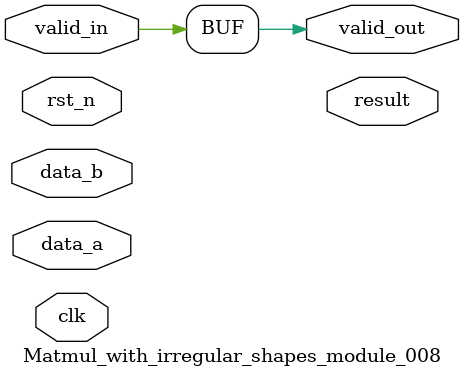
<source format=v>

module Matmul_with_irregular_shapes_module_008 (
    input clk,
    input rst_n,
    input valid_in,
    output valid_out,
    // Add specific ports based on operator type
    input [31:0] data_a,
    input [31:0] data_b,
    output [31:0] result
);

    // Module implementation would go here
    // This is a template - actual implementation depends on the operator
    
        // Generic operator implementation
    assign output_data = input_data; // Placeholder
    assign valid_out = valid_in;

endmodule

</source>
